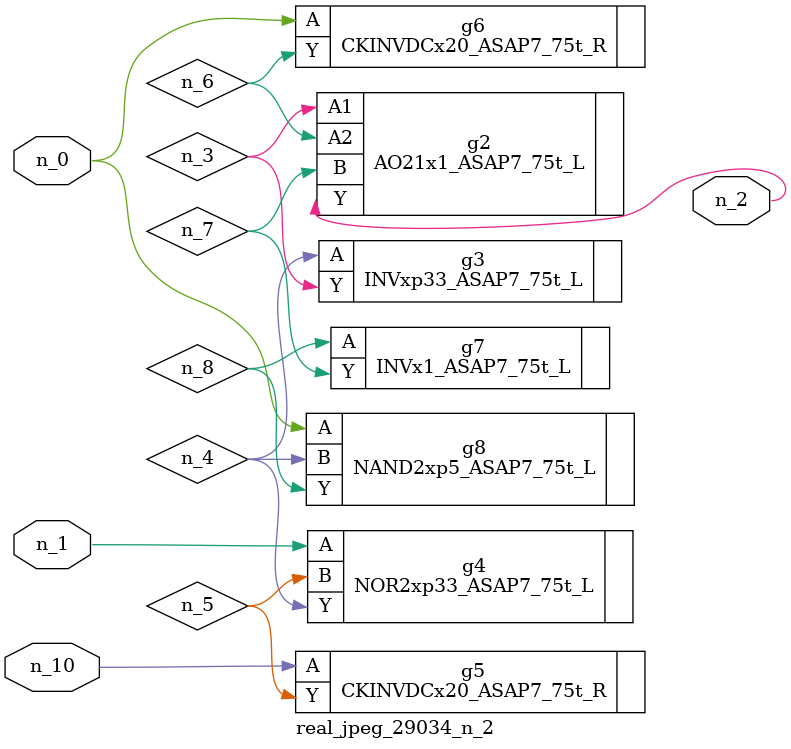
<source format=v>
module real_jpeg_29034_n_2 (n_1, n_10, n_0, n_2);

input n_1;
input n_10;
input n_0;

output n_2;

wire n_5;
wire n_4;
wire n_8;
wire n_6;
wire n_7;
wire n_3;

CKINVDCx20_ASAP7_75t_R g6 ( 
.A(n_0),
.Y(n_6)
);

NAND2xp5_ASAP7_75t_L g8 ( 
.A(n_0),
.B(n_4),
.Y(n_8)
);

NOR2xp33_ASAP7_75t_L g4 ( 
.A(n_1),
.B(n_5),
.Y(n_4)
);

AO21x1_ASAP7_75t_L g2 ( 
.A1(n_3),
.A2(n_6),
.B(n_7),
.Y(n_2)
);

INVxp33_ASAP7_75t_L g3 ( 
.A(n_4),
.Y(n_3)
);

INVx1_ASAP7_75t_L g7 ( 
.A(n_8),
.Y(n_7)
);

CKINVDCx20_ASAP7_75t_R g5 ( 
.A(n_10),
.Y(n_5)
);


endmodule
</source>
